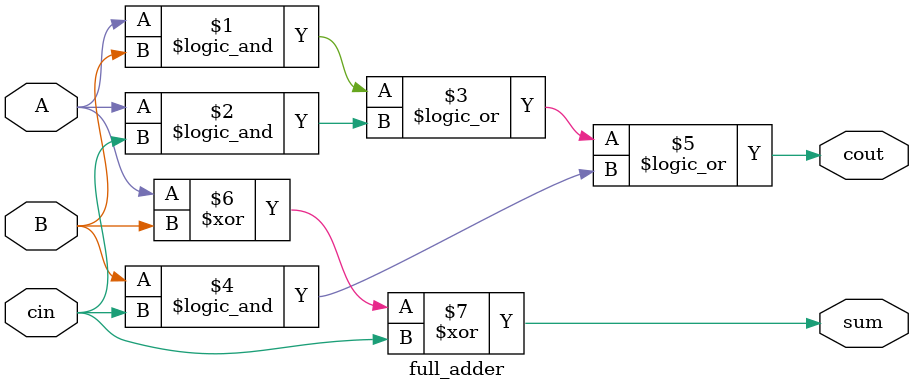
<source format=v>
`timescale 1ns / 1ps


module full_adder(
    input A,      // First input bit
    input B,      // Second input bit
    input cin,    // Carry input
    output sum,   // Sum output
    output cout   // Carry output
);

    assign cout = (A && B) || (A && cin) || (B && cin);
    assign sum = A ^ B ^ cin;

endmodule
</source>
